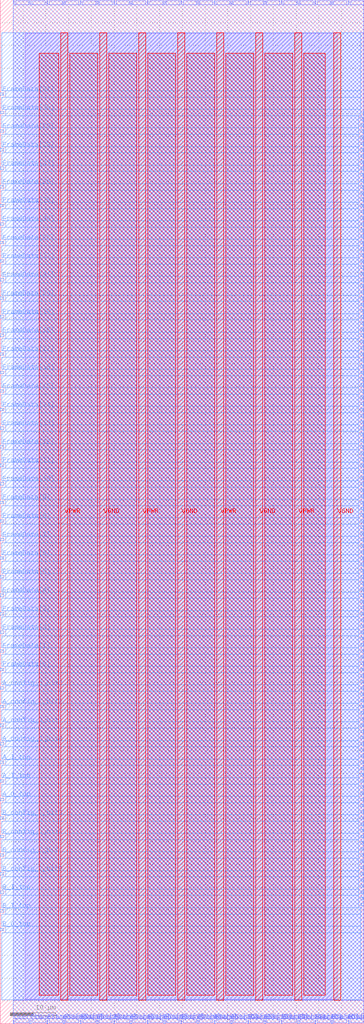
<source format=lef>
VERSION 5.7 ;
  NOWIREEXTENSIONATPIN ON ;
  DIVIDERCHAR "/" ;
  BUSBITCHARS "[]" ;
MACRO W_IO
  CLASS BLOCK ;
  FOREIGN W_IO ;
  ORIGIN 0.000 0.000 ;
  SIZE 80.000 BY 225.000 ;
  PIN A_I_top
    DIRECTION OUTPUT TRISTATE ;
    USE SIGNAL ;
    ANTENNADIFFAREA 0.795200 ;
    PORT
      LAYER met3 ;
        RECT 0.000 57.160 0.800 57.760 ;
    END
  END A_I_top
  PIN A_O_top
    DIRECTION INPUT ;
    USE SIGNAL ;
    ANTENNAGATEAREA 0.196500 ;
    PORT
      LAYER met3 ;
        RECT 0.000 49.000 0.800 49.600 ;
    END
  END A_O_top
  PIN A_T_top
    DIRECTION OUTPUT TRISTATE ;
    USE SIGNAL ;
    ANTENNADIFFAREA 0.795200 ;
    PORT
      LAYER met3 ;
        RECT 0.000 53.080 0.800 53.680 ;
    END
  END A_T_top
  PIN A_config_C_bit0
    DIRECTION OUTPUT TRISTATE ;
    USE SIGNAL ;
    ANTENNADIFFAREA 0.795200 ;
    PORT
      LAYER met3 ;
        RECT 0.000 61.240 0.800 61.840 ;
    END
  END A_config_C_bit0
  PIN A_config_C_bit1
    DIRECTION OUTPUT TRISTATE ;
    USE SIGNAL ;
    ANTENNADIFFAREA 0.795200 ;
    PORT
      LAYER met3 ;
        RECT 0.000 65.320 0.800 65.920 ;
    END
  END A_config_C_bit1
  PIN A_config_C_bit2
    DIRECTION OUTPUT TRISTATE ;
    USE SIGNAL ;
    ANTENNADIFFAREA 0.795200 ;
    PORT
      LAYER met3 ;
        RECT 0.000 69.400 0.800 70.000 ;
    END
  END A_config_C_bit2
  PIN A_config_C_bit3
    DIRECTION OUTPUT TRISTATE ;
    USE SIGNAL ;
    ANTENNADIFFAREA 0.795200 ;
    PORT
      LAYER met3 ;
        RECT 0.000 73.480 0.800 74.080 ;
    END
  END A_config_C_bit3
  PIN B_I_top
    DIRECTION OUTPUT TRISTATE ;
    USE SIGNAL ;
    ANTENNADIFFAREA 0.795200 ;
    PORT
      LAYER met3 ;
        RECT 0.000 28.600 0.800 29.200 ;
    END
  END B_I_top
  PIN B_O_top
    DIRECTION INPUT ;
    USE SIGNAL ;
    ANTENNAGATEAREA 0.196500 ;
    PORT
      LAYER met3 ;
        RECT 0.000 20.440 0.800 21.040 ;
    END
  END B_O_top
  PIN B_T_top
    DIRECTION OUTPUT TRISTATE ;
    USE SIGNAL ;
    ANTENNADIFFAREA 0.795200 ;
    PORT
      LAYER met3 ;
        RECT 0.000 24.520 0.800 25.120 ;
    END
  END B_T_top
  PIN B_config_C_bit0
    DIRECTION OUTPUT TRISTATE ;
    USE SIGNAL ;
    ANTENNADIFFAREA 0.795200 ;
    PORT
      LAYER met3 ;
        RECT 0.000 32.680 0.800 33.280 ;
    END
  END B_config_C_bit0
  PIN B_config_C_bit1
    DIRECTION OUTPUT TRISTATE ;
    USE SIGNAL ;
    ANTENNADIFFAREA 0.795200 ;
    PORT
      LAYER met3 ;
        RECT 0.000 36.760 0.800 37.360 ;
    END
  END B_config_C_bit1
  PIN B_config_C_bit2
    DIRECTION OUTPUT TRISTATE ;
    USE SIGNAL ;
    ANTENNADIFFAREA 0.795200 ;
    PORT
      LAYER met3 ;
        RECT 0.000 40.840 0.800 41.440 ;
    END
  END B_config_C_bit2
  PIN B_config_C_bit3
    DIRECTION OUTPUT TRISTATE ;
    USE SIGNAL ;
    ANTENNADIFFAREA 0.795200 ;
    PORT
      LAYER met3 ;
        RECT 0.000 44.920 0.800 45.520 ;
    END
  END B_config_C_bit3
  PIN E1BEG[0]
    DIRECTION OUTPUT TRISTATE ;
    USE SIGNAL ;
    ANTENNADIFFAREA 0.795200 ;
    PORT
      LAYER met3 ;
        RECT 79.200 91.160 80.000 91.760 ;
    END
  END E1BEG[0]
  PIN E1BEG[1]
    DIRECTION OUTPUT TRISTATE ;
    USE SIGNAL ;
    ANTENNADIFFAREA 0.795200 ;
    PORT
      LAYER met3 ;
        RECT 79.200 92.520 80.000 93.120 ;
    END
  END E1BEG[1]
  PIN E1BEG[2]
    DIRECTION OUTPUT TRISTATE ;
    USE SIGNAL ;
    ANTENNADIFFAREA 0.795200 ;
    PORT
      LAYER met3 ;
        RECT 79.200 93.880 80.000 94.480 ;
    END
  END E1BEG[2]
  PIN E1BEG[3]
    DIRECTION OUTPUT TRISTATE ;
    USE SIGNAL ;
    ANTENNADIFFAREA 0.795200 ;
    PORT
      LAYER met3 ;
        RECT 79.200 95.240 80.000 95.840 ;
    END
  END E1BEG[3]
  PIN E2BEG[0]
    DIRECTION OUTPUT TRISTATE ;
    USE SIGNAL ;
    ANTENNADIFFAREA 0.795200 ;
    PORT
      LAYER met3 ;
        RECT 79.200 96.600 80.000 97.200 ;
    END
  END E2BEG[0]
  PIN E2BEG[1]
    DIRECTION OUTPUT TRISTATE ;
    USE SIGNAL ;
    ANTENNADIFFAREA 0.795200 ;
    PORT
      LAYER met3 ;
        RECT 79.200 97.960 80.000 98.560 ;
    END
  END E2BEG[1]
  PIN E2BEG[2]
    DIRECTION OUTPUT TRISTATE ;
    USE SIGNAL ;
    ANTENNADIFFAREA 0.795200 ;
    PORT
      LAYER met3 ;
        RECT 79.200 99.320 80.000 99.920 ;
    END
  END E2BEG[2]
  PIN E2BEG[3]
    DIRECTION OUTPUT TRISTATE ;
    USE SIGNAL ;
    ANTENNADIFFAREA 0.445500 ;
    PORT
      LAYER met3 ;
        RECT 79.200 100.680 80.000 101.280 ;
    END
  END E2BEG[3]
  PIN E2BEG[4]
    DIRECTION OUTPUT TRISTATE ;
    USE SIGNAL ;
    ANTENNADIFFAREA 0.795200 ;
    PORT
      LAYER met3 ;
        RECT 79.200 102.040 80.000 102.640 ;
    END
  END E2BEG[4]
  PIN E2BEG[5]
    DIRECTION OUTPUT TRISTATE ;
    USE SIGNAL ;
    ANTENNADIFFAREA 0.795200 ;
    PORT
      LAYER met3 ;
        RECT 79.200 103.400 80.000 104.000 ;
    END
  END E2BEG[5]
  PIN E2BEG[6]
    DIRECTION OUTPUT TRISTATE ;
    USE SIGNAL ;
    ANTENNADIFFAREA 0.795200 ;
    PORT
      LAYER met3 ;
        RECT 79.200 104.760 80.000 105.360 ;
    END
  END E2BEG[6]
  PIN E2BEG[7]
    DIRECTION OUTPUT TRISTATE ;
    USE SIGNAL ;
    ANTENNADIFFAREA 0.795200 ;
    PORT
      LAYER met3 ;
        RECT 79.200 106.120 80.000 106.720 ;
    END
  END E2BEG[7]
  PIN E2BEGb[0]
    DIRECTION OUTPUT TRISTATE ;
    USE SIGNAL ;
    ANTENNADIFFAREA 0.795200 ;
    PORT
      LAYER met3 ;
        RECT 79.200 107.480 80.000 108.080 ;
    END
  END E2BEGb[0]
  PIN E2BEGb[1]
    DIRECTION OUTPUT TRISTATE ;
    USE SIGNAL ;
    ANTENNADIFFAREA 0.795200 ;
    PORT
      LAYER met3 ;
        RECT 79.200 108.840 80.000 109.440 ;
    END
  END E2BEGb[1]
  PIN E2BEGb[2]
    DIRECTION OUTPUT TRISTATE ;
    USE SIGNAL ;
    ANTENNADIFFAREA 0.795200 ;
    PORT
      LAYER met3 ;
        RECT 79.200 110.200 80.000 110.800 ;
    END
  END E2BEGb[2]
  PIN E2BEGb[3]
    DIRECTION OUTPUT TRISTATE ;
    USE SIGNAL ;
    ANTENNADIFFAREA 0.795200 ;
    PORT
      LAYER met3 ;
        RECT 79.200 111.560 80.000 112.160 ;
    END
  END E2BEGb[3]
  PIN E2BEGb[4]
    DIRECTION OUTPUT TRISTATE ;
    USE SIGNAL ;
    ANTENNADIFFAREA 0.445500 ;
    PORT
      LAYER met3 ;
        RECT 79.200 112.920 80.000 113.520 ;
    END
  END E2BEGb[4]
  PIN E2BEGb[5]
    DIRECTION OUTPUT TRISTATE ;
    USE SIGNAL ;
    ANTENNADIFFAREA 0.445500 ;
    PORT
      LAYER met3 ;
        RECT 79.200 114.280 80.000 114.880 ;
    END
  END E2BEGb[5]
  PIN E2BEGb[6]
    DIRECTION OUTPUT TRISTATE ;
    USE SIGNAL ;
    ANTENNADIFFAREA 0.795200 ;
    PORT
      LAYER met3 ;
        RECT 79.200 115.640 80.000 116.240 ;
    END
  END E2BEGb[6]
  PIN E2BEGb[7]
    DIRECTION OUTPUT TRISTATE ;
    USE SIGNAL ;
    ANTENNADIFFAREA 0.795200 ;
    PORT
      LAYER met3 ;
        RECT 79.200 117.000 80.000 117.600 ;
    END
  END E2BEGb[7]
  PIN E6BEG[0]
    DIRECTION OUTPUT TRISTATE ;
    USE SIGNAL ;
    ANTENNADIFFAREA 0.795200 ;
    PORT
      LAYER met3 ;
        RECT 79.200 140.120 80.000 140.720 ;
    END
  END E6BEG[0]
  PIN E6BEG[10]
    DIRECTION OUTPUT TRISTATE ;
    USE SIGNAL ;
    ANTENNADIFFAREA 0.795200 ;
    PORT
      LAYER met3 ;
        RECT 79.200 153.720 80.000 154.320 ;
    END
  END E6BEG[10]
  PIN E6BEG[11]
    DIRECTION OUTPUT TRISTATE ;
    USE SIGNAL ;
    ANTENNADIFFAREA 0.795200 ;
    PORT
      LAYER met3 ;
        RECT 79.200 155.080 80.000 155.680 ;
    END
  END E6BEG[11]
  PIN E6BEG[1]
    DIRECTION OUTPUT TRISTATE ;
    USE SIGNAL ;
    ANTENNADIFFAREA 0.795200 ;
    PORT
      LAYER met3 ;
        RECT 79.200 141.480 80.000 142.080 ;
    END
  END E6BEG[1]
  PIN E6BEG[2]
    DIRECTION OUTPUT TRISTATE ;
    USE SIGNAL ;
    ANTENNADIFFAREA 0.795200 ;
    PORT
      LAYER met3 ;
        RECT 79.200 142.840 80.000 143.440 ;
    END
  END E6BEG[2]
  PIN E6BEG[3]
    DIRECTION OUTPUT TRISTATE ;
    USE SIGNAL ;
    ANTENNADIFFAREA 0.795200 ;
    PORT
      LAYER met3 ;
        RECT 79.200 144.200 80.000 144.800 ;
    END
  END E6BEG[3]
  PIN E6BEG[4]
    DIRECTION OUTPUT TRISTATE ;
    USE SIGNAL ;
    ANTENNADIFFAREA 0.795200 ;
    PORT
      LAYER met3 ;
        RECT 79.200 145.560 80.000 146.160 ;
    END
  END E6BEG[4]
  PIN E6BEG[5]
    DIRECTION OUTPUT TRISTATE ;
    USE SIGNAL ;
    ANTENNADIFFAREA 0.795200 ;
    PORT
      LAYER met3 ;
        RECT 79.200 146.920 80.000 147.520 ;
    END
  END E6BEG[5]
  PIN E6BEG[6]
    DIRECTION OUTPUT TRISTATE ;
    USE SIGNAL ;
    ANTENNADIFFAREA 0.795200 ;
    PORT
      LAYER met3 ;
        RECT 79.200 148.280 80.000 148.880 ;
    END
  END E6BEG[6]
  PIN E6BEG[7]
    DIRECTION OUTPUT TRISTATE ;
    USE SIGNAL ;
    ANTENNADIFFAREA 0.795200 ;
    PORT
      LAYER met3 ;
        RECT 79.200 149.640 80.000 150.240 ;
    END
  END E6BEG[7]
  PIN E6BEG[8]
    DIRECTION OUTPUT TRISTATE ;
    USE SIGNAL ;
    ANTENNADIFFAREA 0.795200 ;
    PORT
      LAYER met3 ;
        RECT 79.200 151.000 80.000 151.600 ;
    END
  END E6BEG[8]
  PIN E6BEG[9]
    DIRECTION OUTPUT TRISTATE ;
    USE SIGNAL ;
    ANTENNADIFFAREA 0.795200 ;
    PORT
      LAYER met3 ;
        RECT 79.200 152.360 80.000 152.960 ;
    END
  END E6BEG[9]
  PIN EE4BEG[0]
    DIRECTION OUTPUT TRISTATE ;
    USE SIGNAL ;
    ANTENNADIFFAREA 0.795200 ;
    PORT
      LAYER met3 ;
        RECT 79.200 118.360 80.000 118.960 ;
    END
  END EE4BEG[0]
  PIN EE4BEG[10]
    DIRECTION OUTPUT TRISTATE ;
    USE SIGNAL ;
    ANTENNADIFFAREA 0.795200 ;
    PORT
      LAYER met3 ;
        RECT 79.200 131.960 80.000 132.560 ;
    END
  END EE4BEG[10]
  PIN EE4BEG[11]
    DIRECTION OUTPUT TRISTATE ;
    USE SIGNAL ;
    ANTENNADIFFAREA 0.795200 ;
    PORT
      LAYER met3 ;
        RECT 79.200 133.320 80.000 133.920 ;
    END
  END EE4BEG[11]
  PIN EE4BEG[12]
    DIRECTION OUTPUT TRISTATE ;
    USE SIGNAL ;
    ANTENNADIFFAREA 0.795200 ;
    PORT
      LAYER met3 ;
        RECT 79.200 134.680 80.000 135.280 ;
    END
  END EE4BEG[12]
  PIN EE4BEG[13]
    DIRECTION OUTPUT TRISTATE ;
    USE SIGNAL ;
    ANTENNADIFFAREA 0.795200 ;
    PORT
      LAYER met3 ;
        RECT 79.200 136.040 80.000 136.640 ;
    END
  END EE4BEG[13]
  PIN EE4BEG[14]
    DIRECTION OUTPUT TRISTATE ;
    USE SIGNAL ;
    ANTENNADIFFAREA 0.795200 ;
    PORT
      LAYER met3 ;
        RECT 79.200 137.400 80.000 138.000 ;
    END
  END EE4BEG[14]
  PIN EE4BEG[15]
    DIRECTION OUTPUT TRISTATE ;
    USE SIGNAL ;
    ANTENNADIFFAREA 0.795200 ;
    PORT
      LAYER met3 ;
        RECT 79.200 138.760 80.000 139.360 ;
    END
  END EE4BEG[15]
  PIN EE4BEG[1]
    DIRECTION OUTPUT TRISTATE ;
    USE SIGNAL ;
    ANTENNADIFFAREA 0.795200 ;
    PORT
      LAYER met3 ;
        RECT 79.200 119.720 80.000 120.320 ;
    END
  END EE4BEG[1]
  PIN EE4BEG[2]
    DIRECTION OUTPUT TRISTATE ;
    USE SIGNAL ;
    ANTENNADIFFAREA 0.795200 ;
    PORT
      LAYER met3 ;
        RECT 79.200 121.080 80.000 121.680 ;
    END
  END EE4BEG[2]
  PIN EE4BEG[3]
    DIRECTION OUTPUT TRISTATE ;
    USE SIGNAL ;
    ANTENNADIFFAREA 0.795200 ;
    PORT
      LAYER met3 ;
        RECT 79.200 122.440 80.000 123.040 ;
    END
  END EE4BEG[3]
  PIN EE4BEG[4]
    DIRECTION OUTPUT TRISTATE ;
    USE SIGNAL ;
    ANTENNADIFFAREA 0.795200 ;
    PORT
      LAYER met3 ;
        RECT 79.200 123.800 80.000 124.400 ;
    END
  END EE4BEG[4]
  PIN EE4BEG[5]
    DIRECTION OUTPUT TRISTATE ;
    USE SIGNAL ;
    ANTENNADIFFAREA 0.795200 ;
    PORT
      LAYER met3 ;
        RECT 79.200 125.160 80.000 125.760 ;
    END
  END EE4BEG[5]
  PIN EE4BEG[6]
    DIRECTION OUTPUT TRISTATE ;
    USE SIGNAL ;
    ANTENNADIFFAREA 0.795200 ;
    PORT
      LAYER met3 ;
        RECT 79.200 126.520 80.000 127.120 ;
    END
  END EE4BEG[6]
  PIN EE4BEG[7]
    DIRECTION OUTPUT TRISTATE ;
    USE SIGNAL ;
    ANTENNADIFFAREA 0.795200 ;
    PORT
      LAYER met3 ;
        RECT 79.200 127.880 80.000 128.480 ;
    END
  END EE4BEG[7]
  PIN EE4BEG[8]
    DIRECTION OUTPUT TRISTATE ;
    USE SIGNAL ;
    ANTENNADIFFAREA 0.795200 ;
    PORT
      LAYER met3 ;
        RECT 79.200 129.240 80.000 129.840 ;
    END
  END EE4BEG[8]
  PIN EE4BEG[9]
    DIRECTION OUTPUT TRISTATE ;
    USE SIGNAL ;
    ANTENNADIFFAREA 0.795200 ;
    PORT
      LAYER met3 ;
        RECT 79.200 130.600 80.000 131.200 ;
    END
  END EE4BEG[9]
  PIN FrameData[0]
    DIRECTION INPUT ;
    USE SIGNAL ;
    ANTENNAGATEAREA 0.213000 ;
    PORT
      LAYER met3 ;
        RECT 0.000 77.560 0.800 78.160 ;
    END
  END FrameData[0]
  PIN FrameData[10]
    DIRECTION INPUT ;
    USE SIGNAL ;
    ANTENNAGATEAREA 0.213000 ;
    PORT
      LAYER met3 ;
        RECT 0.000 118.360 0.800 118.960 ;
    END
  END FrameData[10]
  PIN FrameData[11]
    DIRECTION INPUT ;
    USE SIGNAL ;
    ANTENNAGATEAREA 0.213000 ;
    PORT
      LAYER met3 ;
        RECT 0.000 122.440 0.800 123.040 ;
    END
  END FrameData[11]
  PIN FrameData[12]
    DIRECTION INPUT ;
    USE SIGNAL ;
    ANTENNAGATEAREA 0.126000 ;
    PORT
      LAYER met3 ;
        RECT 0.000 126.520 0.800 127.120 ;
    END
  END FrameData[12]
  PIN FrameData[13]
    DIRECTION INPUT ;
    USE SIGNAL ;
    ANTENNAGATEAREA 0.213000 ;
    PORT
      LAYER met3 ;
        RECT 0.000 130.600 0.800 131.200 ;
    END
  END FrameData[13]
  PIN FrameData[14]
    DIRECTION INPUT ;
    USE SIGNAL ;
    ANTENNAGATEAREA 0.213000 ;
    PORT
      LAYER met3 ;
        RECT 0.000 134.680 0.800 135.280 ;
    END
  END FrameData[14]
  PIN FrameData[15]
    DIRECTION INPUT ;
    USE SIGNAL ;
    ANTENNAGATEAREA 0.159000 ;
    PORT
      LAYER met3 ;
        RECT 0.000 138.760 0.800 139.360 ;
    END
  END FrameData[15]
  PIN FrameData[16]
    DIRECTION INPUT ;
    USE SIGNAL ;
    ANTENNAGATEAREA 0.159000 ;
    PORT
      LAYER met3 ;
        RECT 0.000 142.840 0.800 143.440 ;
    END
  END FrameData[16]
  PIN FrameData[17]
    DIRECTION INPUT ;
    USE SIGNAL ;
    ANTENNAGATEAREA 0.159000 ;
    PORT
      LAYER met3 ;
        RECT 0.000 146.920 0.800 147.520 ;
    END
  END FrameData[17]
  PIN FrameData[18]
    DIRECTION INPUT ;
    USE SIGNAL ;
    ANTENNAGATEAREA 0.159000 ;
    PORT
      LAYER met3 ;
        RECT 0.000 151.000 0.800 151.600 ;
    END
  END FrameData[18]
  PIN FrameData[19]
    DIRECTION INPUT ;
    USE SIGNAL ;
    ANTENNAGATEAREA 0.159000 ;
    PORT
      LAYER met3 ;
        RECT 0.000 155.080 0.800 155.680 ;
    END
  END FrameData[19]
  PIN FrameData[1]
    DIRECTION INPUT ;
    USE SIGNAL ;
    ANTENNAGATEAREA 0.213000 ;
    PORT
      LAYER met3 ;
        RECT 0.000 81.640 0.800 82.240 ;
    END
  END FrameData[1]
  PIN FrameData[20]
    DIRECTION INPUT ;
    USE SIGNAL ;
    ANTENNAGATEAREA 0.159000 ;
    PORT
      LAYER met3 ;
        RECT 0.000 159.160 0.800 159.760 ;
    END
  END FrameData[20]
  PIN FrameData[21]
    DIRECTION INPUT ;
    USE SIGNAL ;
    ANTENNAGATEAREA 0.159000 ;
    PORT
      LAYER met3 ;
        RECT 0.000 163.240 0.800 163.840 ;
    END
  END FrameData[21]
  PIN FrameData[22]
    DIRECTION INPUT ;
    USE SIGNAL ;
    ANTENNAGATEAREA 0.159000 ;
    PORT
      LAYER met3 ;
        RECT 0.000 167.320 0.800 167.920 ;
    END
  END FrameData[22]
  PIN FrameData[23]
    DIRECTION INPUT ;
    USE SIGNAL ;
    ANTENNAGATEAREA 0.159000 ;
    PORT
      LAYER met3 ;
        RECT 0.000 171.400 0.800 172.000 ;
    END
  END FrameData[23]
  PIN FrameData[24]
    DIRECTION INPUT ;
    USE SIGNAL ;
    ANTENNAGATEAREA 0.159000 ;
    PORT
      LAYER met3 ;
        RECT 0.000 175.480 0.800 176.080 ;
    END
  END FrameData[24]
  PIN FrameData[25]
    DIRECTION INPUT ;
    USE SIGNAL ;
    ANTENNAGATEAREA 0.213000 ;
    PORT
      LAYER met3 ;
        RECT 0.000 179.560 0.800 180.160 ;
    END
  END FrameData[25]
  PIN FrameData[26]
    DIRECTION INPUT ;
    USE SIGNAL ;
    ANTENNAGATEAREA 0.213000 ;
    PORT
      LAYER met3 ;
        RECT 0.000 183.640 0.800 184.240 ;
    END
  END FrameData[26]
  PIN FrameData[27]
    DIRECTION INPUT ;
    USE SIGNAL ;
    ANTENNAGATEAREA 0.159000 ;
    PORT
      LAYER met3 ;
        RECT 0.000 187.720 0.800 188.320 ;
    END
  END FrameData[27]
  PIN FrameData[28]
    DIRECTION INPUT ;
    USE SIGNAL ;
    ANTENNAGATEAREA 0.159000 ;
    PORT
      LAYER met3 ;
        RECT 0.000 191.800 0.800 192.400 ;
    END
  END FrameData[28]
  PIN FrameData[29]
    DIRECTION INPUT ;
    USE SIGNAL ;
    ANTENNAGATEAREA 0.159000 ;
    PORT
      LAYER met3 ;
        RECT 0.000 195.880 0.800 196.480 ;
    END
  END FrameData[29]
  PIN FrameData[2]
    DIRECTION INPUT ;
    USE SIGNAL ;
    ANTENNAGATEAREA 0.213000 ;
    PORT
      LAYER met3 ;
        RECT 0.000 85.720 0.800 86.320 ;
    END
  END FrameData[2]
  PIN FrameData[30]
    DIRECTION INPUT ;
    USE SIGNAL ;
    ANTENNAGATEAREA 0.159000 ;
    PORT
      LAYER met3 ;
        RECT 0.000 199.960 0.800 200.560 ;
    END
  END FrameData[30]
  PIN FrameData[31]
    DIRECTION INPUT ;
    USE SIGNAL ;
    ANTENNAGATEAREA 0.159000 ;
    PORT
      LAYER met3 ;
        RECT 0.000 204.040 0.800 204.640 ;
    END
  END FrameData[31]
  PIN FrameData[3]
    DIRECTION INPUT ;
    USE SIGNAL ;
    ANTENNAGATEAREA 0.213000 ;
    PORT
      LAYER met3 ;
        RECT 0.000 89.800 0.800 90.400 ;
    END
  END FrameData[3]
  PIN FrameData[4]
    DIRECTION INPUT ;
    USE SIGNAL ;
    ANTENNAGATEAREA 0.213000 ;
    PORT
      LAYER met3 ;
        RECT 0.000 93.880 0.800 94.480 ;
    END
  END FrameData[4]
  PIN FrameData[5]
    DIRECTION INPUT ;
    USE SIGNAL ;
    ANTENNAGATEAREA 0.213000 ;
    PORT
      LAYER met3 ;
        RECT 0.000 97.960 0.800 98.560 ;
    END
  END FrameData[5]
  PIN FrameData[6]
    DIRECTION INPUT ;
    USE SIGNAL ;
    ANTENNAGATEAREA 0.126000 ;
    PORT
      LAYER met3 ;
        RECT 0.000 102.040 0.800 102.640 ;
    END
  END FrameData[6]
  PIN FrameData[7]
    DIRECTION INPUT ;
    USE SIGNAL ;
    ANTENNAGATEAREA 0.213000 ;
    PORT
      LAYER met3 ;
        RECT 0.000 106.120 0.800 106.720 ;
    END
  END FrameData[7]
  PIN FrameData[8]
    DIRECTION INPUT ;
    USE SIGNAL ;
    ANTENNAGATEAREA 0.213000 ;
    PORT
      LAYER met3 ;
        RECT 0.000 110.200 0.800 110.800 ;
    END
  END FrameData[8]
  PIN FrameData[9]
    DIRECTION INPUT ;
    USE SIGNAL ;
    ANTENNAGATEAREA 0.213000 ;
    PORT
      LAYER met3 ;
        RECT 0.000 114.280 0.800 114.880 ;
    END
  END FrameData[9]
  PIN FrameData_O[0]
    DIRECTION OUTPUT TRISTATE ;
    USE SIGNAL ;
    ANTENNADIFFAREA 0.795200 ;
    PORT
      LAYER met3 ;
        RECT 79.200 156.440 80.000 157.040 ;
    END
  END FrameData_O[0]
  PIN FrameData_O[10]
    DIRECTION OUTPUT TRISTATE ;
    USE SIGNAL ;
    ANTENNADIFFAREA 0.795200 ;
    PORT
      LAYER met3 ;
        RECT 79.200 170.040 80.000 170.640 ;
    END
  END FrameData_O[10]
  PIN FrameData_O[11]
    DIRECTION OUTPUT TRISTATE ;
    USE SIGNAL ;
    ANTENNADIFFAREA 0.795200 ;
    PORT
      LAYER met3 ;
        RECT 79.200 171.400 80.000 172.000 ;
    END
  END FrameData_O[11]
  PIN FrameData_O[12]
    DIRECTION OUTPUT TRISTATE ;
    USE SIGNAL ;
    ANTENNADIFFAREA 0.795200 ;
    PORT
      LAYER met3 ;
        RECT 79.200 172.760 80.000 173.360 ;
    END
  END FrameData_O[12]
  PIN FrameData_O[13]
    DIRECTION OUTPUT TRISTATE ;
    USE SIGNAL ;
    ANTENNADIFFAREA 0.795200 ;
    PORT
      LAYER met3 ;
        RECT 79.200 174.120 80.000 174.720 ;
    END
  END FrameData_O[13]
  PIN FrameData_O[14]
    DIRECTION OUTPUT TRISTATE ;
    USE SIGNAL ;
    ANTENNADIFFAREA 0.795200 ;
    PORT
      LAYER met3 ;
        RECT 79.200 175.480 80.000 176.080 ;
    END
  END FrameData_O[14]
  PIN FrameData_O[15]
    DIRECTION OUTPUT TRISTATE ;
    USE SIGNAL ;
    ANTENNADIFFAREA 0.795200 ;
    PORT
      LAYER met3 ;
        RECT 79.200 176.840 80.000 177.440 ;
    END
  END FrameData_O[15]
  PIN FrameData_O[16]
    DIRECTION OUTPUT TRISTATE ;
    USE SIGNAL ;
    ANTENNADIFFAREA 0.795200 ;
    PORT
      LAYER met3 ;
        RECT 79.200 178.200 80.000 178.800 ;
    END
  END FrameData_O[16]
  PIN FrameData_O[17]
    DIRECTION OUTPUT TRISTATE ;
    USE SIGNAL ;
    ANTENNADIFFAREA 0.445500 ;
    PORT
      LAYER met3 ;
        RECT 79.200 179.560 80.000 180.160 ;
    END
  END FrameData_O[17]
  PIN FrameData_O[18]
    DIRECTION OUTPUT TRISTATE ;
    USE SIGNAL ;
    ANTENNADIFFAREA 0.795200 ;
    PORT
      LAYER met3 ;
        RECT 79.200 180.920 80.000 181.520 ;
    END
  END FrameData_O[18]
  PIN FrameData_O[19]
    DIRECTION OUTPUT TRISTATE ;
    USE SIGNAL ;
    ANTENNADIFFAREA 0.445500 ;
    PORT
      LAYER met3 ;
        RECT 79.200 182.280 80.000 182.880 ;
    END
  END FrameData_O[19]
  PIN FrameData_O[1]
    DIRECTION OUTPUT TRISTATE ;
    USE SIGNAL ;
    ANTENNADIFFAREA 0.795200 ;
    PORT
      LAYER met3 ;
        RECT 79.200 157.800 80.000 158.400 ;
    END
  END FrameData_O[1]
  PIN FrameData_O[20]
    DIRECTION OUTPUT TRISTATE ;
    USE SIGNAL ;
    ANTENNADIFFAREA 0.795200 ;
    PORT
      LAYER met3 ;
        RECT 79.200 183.640 80.000 184.240 ;
    END
  END FrameData_O[20]
  PIN FrameData_O[21]
    DIRECTION OUTPUT TRISTATE ;
    USE SIGNAL ;
    ANTENNADIFFAREA 0.795200 ;
    PORT
      LAYER met3 ;
        RECT 79.200 185.000 80.000 185.600 ;
    END
  END FrameData_O[21]
  PIN FrameData_O[22]
    DIRECTION OUTPUT TRISTATE ;
    USE SIGNAL ;
    ANTENNADIFFAREA 0.795200 ;
    PORT
      LAYER met3 ;
        RECT 79.200 186.360 80.000 186.960 ;
    END
  END FrameData_O[22]
  PIN FrameData_O[23]
    DIRECTION OUTPUT TRISTATE ;
    USE SIGNAL ;
    ANTENNADIFFAREA 0.445500 ;
    PORT
      LAYER met3 ;
        RECT 79.200 187.720 80.000 188.320 ;
    END
  END FrameData_O[23]
  PIN FrameData_O[24]
    DIRECTION OUTPUT TRISTATE ;
    USE SIGNAL ;
    ANTENNADIFFAREA 0.445500 ;
    PORT
      LAYER met3 ;
        RECT 79.200 189.080 80.000 189.680 ;
    END
  END FrameData_O[24]
  PIN FrameData_O[25]
    DIRECTION OUTPUT TRISTATE ;
    USE SIGNAL ;
    ANTENNADIFFAREA 0.795200 ;
    PORT
      LAYER met3 ;
        RECT 79.200 190.440 80.000 191.040 ;
    END
  END FrameData_O[25]
  PIN FrameData_O[26]
    DIRECTION OUTPUT TRISTATE ;
    USE SIGNAL ;
    ANTENNADIFFAREA 0.795200 ;
    PORT
      LAYER met3 ;
        RECT 79.200 191.800 80.000 192.400 ;
    END
  END FrameData_O[26]
  PIN FrameData_O[27]
    DIRECTION OUTPUT TRISTATE ;
    USE SIGNAL ;
    ANTENNADIFFAREA 0.445500 ;
    PORT
      LAYER met3 ;
        RECT 79.200 193.160 80.000 193.760 ;
    END
  END FrameData_O[27]
  PIN FrameData_O[28]
    DIRECTION OUTPUT TRISTATE ;
    USE SIGNAL ;
    ANTENNADIFFAREA 0.795200 ;
    PORT
      LAYER met3 ;
        RECT 79.200 194.520 80.000 195.120 ;
    END
  END FrameData_O[28]
  PIN FrameData_O[29]
    DIRECTION OUTPUT TRISTATE ;
    USE SIGNAL ;
    ANTENNADIFFAREA 0.795200 ;
    PORT
      LAYER met3 ;
        RECT 79.200 195.880 80.000 196.480 ;
    END
  END FrameData_O[29]
  PIN FrameData_O[2]
    DIRECTION OUTPUT TRISTATE ;
    USE SIGNAL ;
    ANTENNADIFFAREA 0.795200 ;
    PORT
      LAYER met3 ;
        RECT 79.200 159.160 80.000 159.760 ;
    END
  END FrameData_O[2]
  PIN FrameData_O[30]
    DIRECTION OUTPUT TRISTATE ;
    USE SIGNAL ;
    ANTENNADIFFAREA 0.795200 ;
    PORT
      LAYER met3 ;
        RECT 79.200 197.240 80.000 197.840 ;
    END
  END FrameData_O[30]
  PIN FrameData_O[31]
    DIRECTION OUTPUT TRISTATE ;
    USE SIGNAL ;
    ANTENNADIFFAREA 0.795200 ;
    PORT
      LAYER met3 ;
        RECT 79.200 198.600 80.000 199.200 ;
    END
  END FrameData_O[31]
  PIN FrameData_O[3]
    DIRECTION OUTPUT TRISTATE ;
    USE SIGNAL ;
    ANTENNADIFFAREA 0.795200 ;
    PORT
      LAYER met3 ;
        RECT 79.200 160.520 80.000 161.120 ;
    END
  END FrameData_O[3]
  PIN FrameData_O[4]
    DIRECTION OUTPUT TRISTATE ;
    USE SIGNAL ;
    ANTENNADIFFAREA 0.795200 ;
    PORT
      LAYER met3 ;
        RECT 79.200 161.880 80.000 162.480 ;
    END
  END FrameData_O[4]
  PIN FrameData_O[5]
    DIRECTION OUTPUT TRISTATE ;
    USE SIGNAL ;
    ANTENNADIFFAREA 0.795200 ;
    PORT
      LAYER met3 ;
        RECT 79.200 163.240 80.000 163.840 ;
    END
  END FrameData_O[5]
  PIN FrameData_O[6]
    DIRECTION OUTPUT TRISTATE ;
    USE SIGNAL ;
    ANTENNADIFFAREA 0.795200 ;
    PORT
      LAYER met3 ;
        RECT 79.200 164.600 80.000 165.200 ;
    END
  END FrameData_O[6]
  PIN FrameData_O[7]
    DIRECTION OUTPUT TRISTATE ;
    USE SIGNAL ;
    ANTENNADIFFAREA 0.795200 ;
    PORT
      LAYER met3 ;
        RECT 79.200 165.960 80.000 166.560 ;
    END
  END FrameData_O[7]
  PIN FrameData_O[8]
    DIRECTION OUTPUT TRISTATE ;
    USE SIGNAL ;
    ANTENNADIFFAREA 0.795200 ;
    PORT
      LAYER met3 ;
        RECT 79.200 167.320 80.000 167.920 ;
    END
  END FrameData_O[8]
  PIN FrameData_O[9]
    DIRECTION OUTPUT TRISTATE ;
    USE SIGNAL ;
    ANTENNADIFFAREA 0.795200 ;
    PORT
      LAYER met3 ;
        RECT 79.200 168.680 80.000 169.280 ;
    END
  END FrameData_O[9]
  PIN FrameStrobe[0]
    DIRECTION INPUT ;
    USE SIGNAL ;
    ANTENNAGATEAREA 0.742500 ;
    PORT
      LAYER met2 ;
        RECT 6.530 0.000 6.810 0.800 ;
    END
  END FrameStrobe[0]
  PIN FrameStrobe[10]
    DIRECTION INPUT ;
    USE SIGNAL ;
    ANTENNAGATEAREA 0.196500 ;
    PORT
      LAYER met2 ;
        RECT 43.330 0.000 43.610 0.800 ;
    END
  END FrameStrobe[10]
  PIN FrameStrobe[11]
    DIRECTION INPUT ;
    USE SIGNAL ;
    ANTENNAGATEAREA 0.196500 ;
    PORT
      LAYER met2 ;
        RECT 47.010 0.000 47.290 0.800 ;
    END
  END FrameStrobe[11]
  PIN FrameStrobe[12]
    DIRECTION INPUT ;
    USE SIGNAL ;
    ANTENNAGATEAREA 0.196500 ;
    PORT
      LAYER met2 ;
        RECT 50.690 0.000 50.970 0.800 ;
    END
  END FrameStrobe[12]
  PIN FrameStrobe[13]
    DIRECTION INPUT ;
    USE SIGNAL ;
    ANTENNAGATEAREA 0.196500 ;
    PORT
      LAYER met2 ;
        RECT 54.370 0.000 54.650 0.800 ;
    END
  END FrameStrobe[13]
  PIN FrameStrobe[14]
    DIRECTION INPUT ;
    USE SIGNAL ;
    ANTENNAGATEAREA 0.196500 ;
    PORT
      LAYER met2 ;
        RECT 58.050 0.000 58.330 0.800 ;
    END
  END FrameStrobe[14]
  PIN FrameStrobe[15]
    DIRECTION INPUT ;
    USE SIGNAL ;
    ANTENNAGATEAREA 0.196500 ;
    PORT
      LAYER met2 ;
        RECT 61.730 0.000 62.010 0.800 ;
    END
  END FrameStrobe[15]
  PIN FrameStrobe[16]
    DIRECTION INPUT ;
    USE SIGNAL ;
    ANTENNAGATEAREA 0.196500 ;
    PORT
      LAYER met2 ;
        RECT 65.410 0.000 65.690 0.800 ;
    END
  END FrameStrobe[16]
  PIN FrameStrobe[17]
    DIRECTION INPUT ;
    USE SIGNAL ;
    ANTENNAGATEAREA 0.196500 ;
    PORT
      LAYER met2 ;
        RECT 69.090 0.000 69.370 0.800 ;
    END
  END FrameStrobe[17]
  PIN FrameStrobe[18]
    DIRECTION INPUT ;
    USE SIGNAL ;
    ANTENNAGATEAREA 0.196500 ;
    PORT
      LAYER met2 ;
        RECT 72.770 0.000 73.050 0.800 ;
    END
  END FrameStrobe[18]
  PIN FrameStrobe[19]
    DIRECTION INPUT ;
    USE SIGNAL ;
    ANTENNAGATEAREA 0.196500 ;
    PORT
      LAYER met2 ;
        RECT 76.450 0.000 76.730 0.800 ;
    END
  END FrameStrobe[19]
  PIN FrameStrobe[1]
    DIRECTION INPUT ;
    USE SIGNAL ;
    ANTENNAGATEAREA 0.742500 ;
    PORT
      LAYER met2 ;
        RECT 10.210 0.000 10.490 0.800 ;
    END
  END FrameStrobe[1]
  PIN FrameStrobe[2]
    DIRECTION INPUT ;
    USE SIGNAL ;
    ANTENNAGATEAREA 0.742500 ;
    PORT
      LAYER met2 ;
        RECT 13.890 0.000 14.170 0.800 ;
    END
  END FrameStrobe[2]
  PIN FrameStrobe[3]
    DIRECTION INPUT ;
    USE SIGNAL ;
    ANTENNAGATEAREA 0.247500 ;
    PORT
      LAYER met2 ;
        RECT 17.570 0.000 17.850 0.800 ;
    END
  END FrameStrobe[3]
  PIN FrameStrobe[4]
    DIRECTION INPUT ;
    USE SIGNAL ;
    ANTENNAGATEAREA 0.213000 ;
    PORT
      LAYER met2 ;
        RECT 21.250 0.000 21.530 0.800 ;
    END
  END FrameStrobe[4]
  PIN FrameStrobe[5]
    DIRECTION INPUT ;
    USE SIGNAL ;
    ANTENNAGATEAREA 0.213000 ;
    PORT
      LAYER met2 ;
        RECT 24.930 0.000 25.210 0.800 ;
    END
  END FrameStrobe[5]
  PIN FrameStrobe[6]
    DIRECTION INPUT ;
    USE SIGNAL ;
    ANTENNAGATEAREA 0.196500 ;
    PORT
      LAYER met2 ;
        RECT 28.610 0.000 28.890 0.800 ;
    END
  END FrameStrobe[6]
  PIN FrameStrobe[7]
    DIRECTION INPUT ;
    USE SIGNAL ;
    ANTENNAGATEAREA 0.196500 ;
    PORT
      LAYER met2 ;
        RECT 32.290 0.000 32.570 0.800 ;
    END
  END FrameStrobe[7]
  PIN FrameStrobe[8]
    DIRECTION INPUT ;
    USE SIGNAL ;
    ANTENNAGATEAREA 0.196500 ;
    PORT
      LAYER met2 ;
        RECT 35.970 0.000 36.250 0.800 ;
    END
  END FrameStrobe[8]
  PIN FrameStrobe[9]
    DIRECTION INPUT ;
    USE SIGNAL ;
    ANTENNAGATEAREA 0.196500 ;
    PORT
      LAYER met2 ;
        RECT 39.650 0.000 39.930 0.800 ;
    END
  END FrameStrobe[9]
  PIN FrameStrobe_O[0]
    DIRECTION OUTPUT TRISTATE ;
    USE SIGNAL ;
    ANTENNADIFFAREA 0.795200 ;
    PORT
      LAYER met2 ;
        RECT 6.530 224.200 6.810 225.000 ;
    END
  END FrameStrobe_O[0]
  PIN FrameStrobe_O[10]
    DIRECTION OUTPUT TRISTATE ;
    USE SIGNAL ;
    ANTENNADIFFAREA 0.445500 ;
    PORT
      LAYER met2 ;
        RECT 43.330 224.200 43.610 225.000 ;
    END
  END FrameStrobe_O[10]
  PIN FrameStrobe_O[11]
    DIRECTION OUTPUT TRISTATE ;
    USE SIGNAL ;
    ANTENNADIFFAREA 0.795200 ;
    PORT
      LAYER met2 ;
        RECT 47.010 224.200 47.290 225.000 ;
    END
  END FrameStrobe_O[11]
  PIN FrameStrobe_O[12]
    DIRECTION OUTPUT TRISTATE ;
    USE SIGNAL ;
    ANTENNADIFFAREA 0.445500 ;
    PORT
      LAYER met2 ;
        RECT 50.690 224.200 50.970 225.000 ;
    END
  END FrameStrobe_O[12]
  PIN FrameStrobe_O[13]
    DIRECTION OUTPUT TRISTATE ;
    USE SIGNAL ;
    ANTENNADIFFAREA 0.795200 ;
    PORT
      LAYER met2 ;
        RECT 54.370 224.200 54.650 225.000 ;
    END
  END FrameStrobe_O[13]
  PIN FrameStrobe_O[14]
    DIRECTION OUTPUT TRISTATE ;
    USE SIGNAL ;
    ANTENNADIFFAREA 0.445500 ;
    PORT
      LAYER met2 ;
        RECT 58.050 224.200 58.330 225.000 ;
    END
  END FrameStrobe_O[14]
  PIN FrameStrobe_O[15]
    DIRECTION OUTPUT TRISTATE ;
    USE SIGNAL ;
    ANTENNADIFFAREA 0.795200 ;
    PORT
      LAYER met2 ;
        RECT 61.730 224.200 62.010 225.000 ;
    END
  END FrameStrobe_O[15]
  PIN FrameStrobe_O[16]
    DIRECTION OUTPUT TRISTATE ;
    USE SIGNAL ;
    ANTENNADIFFAREA 0.445500 ;
    PORT
      LAYER met2 ;
        RECT 65.410 224.200 65.690 225.000 ;
    END
  END FrameStrobe_O[16]
  PIN FrameStrobe_O[17]
    DIRECTION OUTPUT TRISTATE ;
    USE SIGNAL ;
    ANTENNADIFFAREA 0.795200 ;
    PORT
      LAYER met2 ;
        RECT 69.090 224.200 69.370 225.000 ;
    END
  END FrameStrobe_O[17]
  PIN FrameStrobe_O[18]
    DIRECTION OUTPUT TRISTATE ;
    USE SIGNAL ;
    ANTENNADIFFAREA 0.795200 ;
    PORT
      LAYER met2 ;
        RECT 72.770 224.200 73.050 225.000 ;
    END
  END FrameStrobe_O[18]
  PIN FrameStrobe_O[19]
    DIRECTION OUTPUT TRISTATE ;
    USE SIGNAL ;
    ANTENNADIFFAREA 0.795200 ;
    PORT
      LAYER met2 ;
        RECT 76.450 224.200 76.730 225.000 ;
    END
  END FrameStrobe_O[19]
  PIN FrameStrobe_O[1]
    DIRECTION OUTPUT TRISTATE ;
    USE SIGNAL ;
    ANTENNADIFFAREA 0.445500 ;
    PORT
      LAYER met2 ;
        RECT 10.210 224.200 10.490 225.000 ;
    END
  END FrameStrobe_O[1]
  PIN FrameStrobe_O[2]
    DIRECTION OUTPUT TRISTATE ;
    USE SIGNAL ;
    ANTENNADIFFAREA 0.795200 ;
    PORT
      LAYER met2 ;
        RECT 13.890 224.200 14.170 225.000 ;
    END
  END FrameStrobe_O[2]
  PIN FrameStrobe_O[3]
    DIRECTION OUTPUT TRISTATE ;
    USE SIGNAL ;
    ANTENNADIFFAREA 0.445500 ;
    PORT
      LAYER met2 ;
        RECT 17.570 224.200 17.850 225.000 ;
    END
  END FrameStrobe_O[3]
  PIN FrameStrobe_O[4]
    DIRECTION OUTPUT TRISTATE ;
    USE SIGNAL ;
    ANTENNADIFFAREA 0.795200 ;
    PORT
      LAYER met2 ;
        RECT 21.250 224.200 21.530 225.000 ;
    END
  END FrameStrobe_O[4]
  PIN FrameStrobe_O[5]
    DIRECTION OUTPUT TRISTATE ;
    USE SIGNAL ;
    ANTENNADIFFAREA 0.445500 ;
    PORT
      LAYER met2 ;
        RECT 24.930 224.200 25.210 225.000 ;
    END
  END FrameStrobe_O[5]
  PIN FrameStrobe_O[6]
    DIRECTION OUTPUT TRISTATE ;
    USE SIGNAL ;
    ANTENNADIFFAREA 0.795200 ;
    PORT
      LAYER met2 ;
        RECT 28.610 224.200 28.890 225.000 ;
    END
  END FrameStrobe_O[6]
  PIN FrameStrobe_O[7]
    DIRECTION OUTPUT TRISTATE ;
    USE SIGNAL ;
    ANTENNADIFFAREA 0.795200 ;
    PORT
      LAYER met2 ;
        RECT 32.290 224.200 32.570 225.000 ;
    END
  END FrameStrobe_O[7]
  PIN FrameStrobe_O[8]
    DIRECTION OUTPUT TRISTATE ;
    USE SIGNAL ;
    ANTENNADIFFAREA 0.445500 ;
    PORT
      LAYER met2 ;
        RECT 35.970 224.200 36.250 225.000 ;
    END
  END FrameStrobe_O[8]
  PIN FrameStrobe_O[9]
    DIRECTION OUTPUT TRISTATE ;
    USE SIGNAL ;
    ANTENNADIFFAREA 0.795200 ;
    PORT
      LAYER met2 ;
        RECT 39.650 224.200 39.930 225.000 ;
    END
  END FrameStrobe_O[9]
  PIN UserCLK
    DIRECTION INPUT ;
    USE SIGNAL ;
    ANTENNAGATEAREA 1.170000 ;
    PORT
      LAYER met2 ;
        RECT 2.850 0.000 3.130 0.800 ;
    END
  END UserCLK
  PIN UserCLKo
    DIRECTION OUTPUT TRISTATE ;
    USE SIGNAL ;
    ANTENNADIFFAREA 0.340600 ;
    PORT
      LAYER met2 ;
        RECT 2.850 224.200 3.130 225.000 ;
    END
  END UserCLKo
  PIN VGND
    DIRECTION INOUT ;
    USE GROUND ;
    PORT
      LAYER met4 ;
        RECT 21.850 5.200 23.450 217.840 ;
    END
    PORT
      LAYER met4 ;
        RECT 38.985 5.200 40.585 217.840 ;
    END
    PORT
      LAYER met4 ;
        RECT 56.120 5.200 57.720 217.840 ;
    END
    PORT
      LAYER met4 ;
        RECT 73.255 5.200 74.855 217.840 ;
    END
  END VGND
  PIN VPWR
    DIRECTION INOUT ;
    USE POWER ;
    PORT
      LAYER met4 ;
        RECT 13.285 5.200 14.885 217.840 ;
    END
    PORT
      LAYER met4 ;
        RECT 30.420 5.200 32.020 217.840 ;
    END
    PORT
      LAYER met4 ;
        RECT 47.555 5.200 49.155 217.840 ;
    END
    PORT
      LAYER met4 ;
        RECT 64.690 5.200 66.290 217.840 ;
    END
  END VPWR
  PIN W1END[0]
    DIRECTION INPUT ;
    USE SIGNAL ;
    ANTENNAGATEAREA 0.213000 ;
    PORT
      LAYER met3 ;
        RECT 79.200 25.880 80.000 26.480 ;
    END
  END W1END[0]
  PIN W1END[1]
    DIRECTION INPUT ;
    USE SIGNAL ;
    ANTENNAGATEAREA 0.213000 ;
    PORT
      LAYER met3 ;
        RECT 79.200 27.240 80.000 27.840 ;
    END
  END W1END[1]
  PIN W1END[2]
    DIRECTION INPUT ;
    USE SIGNAL ;
    ANTENNAGATEAREA 0.213000 ;
    PORT
      LAYER met3 ;
        RECT 79.200 28.600 80.000 29.200 ;
    END
  END W1END[2]
  PIN W1END[3]
    DIRECTION INPUT ;
    USE SIGNAL ;
    ANTENNAGATEAREA 0.126000 ;
    PORT
      LAYER met3 ;
        RECT 79.200 29.960 80.000 30.560 ;
    END
  END W1END[3]
  PIN W2END[0]
    DIRECTION INPUT ;
    USE SIGNAL ;
    ANTENNAGATEAREA 0.126000 ;
    PORT
      LAYER met3 ;
        RECT 79.200 42.200 80.000 42.800 ;
    END
  END W2END[0]
  PIN W2END[1]
    DIRECTION INPUT ;
    USE SIGNAL ;
    ANTENNAGATEAREA 0.196500 ;
    PORT
      LAYER met3 ;
        RECT 79.200 43.560 80.000 44.160 ;
    END
  END W2END[1]
  PIN W2END[2]
    DIRECTION INPUT ;
    USE SIGNAL ;
    ANTENNAGATEAREA 0.196500 ;
    PORT
      LAYER met3 ;
        RECT 79.200 44.920 80.000 45.520 ;
    END
  END W2END[2]
  PIN W2END[3]
    DIRECTION INPUT ;
    USE SIGNAL ;
    ANTENNAGATEAREA 0.126000 ;
    PORT
      LAYER met3 ;
        RECT 79.200 46.280 80.000 46.880 ;
    END
  END W2END[3]
  PIN W2END[4]
    DIRECTION INPUT ;
    USE SIGNAL ;
    ANTENNAGATEAREA 0.213000 ;
    PORT
      LAYER met3 ;
        RECT 79.200 47.640 80.000 48.240 ;
    END
  END W2END[4]
  PIN W2END[5]
    DIRECTION INPUT ;
    USE SIGNAL ;
    ANTENNAGATEAREA 0.126000 ;
    PORT
      LAYER met3 ;
        RECT 79.200 49.000 80.000 49.600 ;
    END
  END W2END[5]
  PIN W2END[6]
    DIRECTION INPUT ;
    USE SIGNAL ;
    ANTENNAGATEAREA 0.213000 ;
    PORT
      LAYER met3 ;
        RECT 79.200 50.360 80.000 50.960 ;
    END
  END W2END[6]
  PIN W2END[7]
    DIRECTION INPUT ;
    USE SIGNAL ;
    ANTENNAGATEAREA 0.196500 ;
    PORT
      LAYER met3 ;
        RECT 79.200 51.720 80.000 52.320 ;
    END
  END W2END[7]
  PIN W2MID[0]
    DIRECTION INPUT ;
    USE SIGNAL ;
    ANTENNAGATEAREA 0.126000 ;
    PORT
      LAYER met3 ;
        RECT 79.200 31.320 80.000 31.920 ;
    END
  END W2MID[0]
  PIN W2MID[1]
    DIRECTION INPUT ;
    USE SIGNAL ;
    ANTENNAGATEAREA 0.213000 ;
    PORT
      LAYER met3 ;
        RECT 79.200 32.680 80.000 33.280 ;
    END
  END W2MID[1]
  PIN W2MID[2]
    DIRECTION INPUT ;
    USE SIGNAL ;
    ANTENNAGATEAREA 0.126000 ;
    PORT
      LAYER met3 ;
        RECT 79.200 34.040 80.000 34.640 ;
    END
  END W2MID[2]
  PIN W2MID[3]
    DIRECTION INPUT ;
    USE SIGNAL ;
    ANTENNAGATEAREA 0.126000 ;
    PORT
      LAYER met3 ;
        RECT 79.200 35.400 80.000 36.000 ;
    END
  END W2MID[3]
  PIN W2MID[4]
    DIRECTION INPUT ;
    USE SIGNAL ;
    ANTENNAGATEAREA 0.213000 ;
    PORT
      LAYER met3 ;
        RECT 79.200 36.760 80.000 37.360 ;
    END
  END W2MID[4]
  PIN W2MID[5]
    DIRECTION INPUT ;
    USE SIGNAL ;
    ANTENNAGATEAREA 0.213000 ;
    PORT
      LAYER met3 ;
        RECT 79.200 38.120 80.000 38.720 ;
    END
  END W2MID[5]
  PIN W2MID[6]
    DIRECTION INPUT ;
    USE SIGNAL ;
    ANTENNAGATEAREA 0.213000 ;
    PORT
      LAYER met3 ;
        RECT 79.200 39.480 80.000 40.080 ;
    END
  END W2MID[6]
  PIN W2MID[7]
    DIRECTION INPUT ;
    USE SIGNAL ;
    ANTENNAGATEAREA 0.213000 ;
    PORT
      LAYER met3 ;
        RECT 79.200 40.840 80.000 41.440 ;
    END
  END W2MID[7]
  PIN W6END[0]
    DIRECTION INPUT ;
    USE SIGNAL ;
    ANTENNAGATEAREA 0.213000 ;
    PORT
      LAYER met3 ;
        RECT 79.200 74.840 80.000 75.440 ;
    END
  END W6END[0]
  PIN W6END[10]
    DIRECTION INPUT ;
    USE SIGNAL ;
    ANTENNAGATEAREA 0.196500 ;
    PORT
      LAYER met3 ;
        RECT 79.200 88.440 80.000 89.040 ;
    END
  END W6END[10]
  PIN W6END[11]
    DIRECTION INPUT ;
    USE SIGNAL ;
    ANTENNAGATEAREA 0.196500 ;
    PORT
      LAYER met3 ;
        RECT 79.200 89.800 80.000 90.400 ;
    END
  END W6END[11]
  PIN W6END[1]
    DIRECTION INPUT ;
    USE SIGNAL ;
    ANTENNAGATEAREA 0.213000 ;
    PORT
      LAYER met3 ;
        RECT 79.200 76.200 80.000 76.800 ;
    END
  END W6END[1]
  PIN W6END[2]
    DIRECTION INPUT ;
    USE SIGNAL ;
    ANTENNAGATEAREA 0.213000 ;
    PORT
      LAYER met3 ;
        RECT 79.200 77.560 80.000 78.160 ;
    END
  END W6END[2]
  PIN W6END[3]
    DIRECTION INPUT ;
    USE SIGNAL ;
    ANTENNAGATEAREA 0.213000 ;
    PORT
      LAYER met3 ;
        RECT 79.200 78.920 80.000 79.520 ;
    END
  END W6END[3]
  PIN W6END[4]
    DIRECTION INPUT ;
    USE SIGNAL ;
    ANTENNAGATEAREA 0.213000 ;
    PORT
      LAYER met3 ;
        RECT 79.200 80.280 80.000 80.880 ;
    END
  END W6END[4]
  PIN W6END[5]
    DIRECTION INPUT ;
    USE SIGNAL ;
    ANTENNAGATEAREA 0.213000 ;
    PORT
      LAYER met3 ;
        RECT 79.200 81.640 80.000 82.240 ;
    END
  END W6END[5]
  PIN W6END[6]
    DIRECTION INPUT ;
    USE SIGNAL ;
    ANTENNAGATEAREA 0.213000 ;
    PORT
      LAYER met3 ;
        RECT 79.200 83.000 80.000 83.600 ;
    END
  END W6END[6]
  PIN W6END[7]
    DIRECTION INPUT ;
    USE SIGNAL ;
    ANTENNAGATEAREA 0.213000 ;
    PORT
      LAYER met3 ;
        RECT 79.200 84.360 80.000 84.960 ;
    END
  END W6END[7]
  PIN W6END[8]
    DIRECTION INPUT ;
    USE SIGNAL ;
    ANTENNAGATEAREA 0.196500 ;
    PORT
      LAYER met3 ;
        RECT 79.200 85.720 80.000 86.320 ;
    END
  END W6END[8]
  PIN W6END[9]
    DIRECTION INPUT ;
    USE SIGNAL ;
    ANTENNAGATEAREA 0.196500 ;
    PORT
      LAYER met3 ;
        RECT 79.200 87.080 80.000 87.680 ;
    END
  END W6END[9]
  PIN WW4END[0]
    DIRECTION INPUT ;
    USE SIGNAL ;
    ANTENNAGATEAREA 0.196500 ;
    PORT
      LAYER met3 ;
        RECT 79.200 53.080 80.000 53.680 ;
    END
  END WW4END[0]
  PIN WW4END[10]
    DIRECTION INPUT ;
    USE SIGNAL ;
    ANTENNAGATEAREA 0.196500 ;
    PORT
      LAYER met3 ;
        RECT 79.200 66.680 80.000 67.280 ;
    END
  END WW4END[10]
  PIN WW4END[11]
    DIRECTION INPUT ;
    USE SIGNAL ;
    ANTENNAGATEAREA 0.196500 ;
    PORT
      LAYER met3 ;
        RECT 79.200 68.040 80.000 68.640 ;
    END
  END WW4END[11]
  PIN WW4END[12]
    DIRECTION INPUT ;
    USE SIGNAL ;
    ANTENNAGATEAREA 0.196500 ;
    PORT
      LAYER met3 ;
        RECT 79.200 69.400 80.000 70.000 ;
    END
  END WW4END[12]
  PIN WW4END[13]
    DIRECTION INPUT ;
    USE SIGNAL ;
    ANTENNAGATEAREA 0.196500 ;
    PORT
      LAYER met3 ;
        RECT 79.200 70.760 80.000 71.360 ;
    END
  END WW4END[13]
  PIN WW4END[14]
    DIRECTION INPUT ;
    USE SIGNAL ;
    ANTENNAGATEAREA 0.196500 ;
    PORT
      LAYER met3 ;
        RECT 79.200 72.120 80.000 72.720 ;
    END
  END WW4END[14]
  PIN WW4END[15]
    DIRECTION INPUT ;
    USE SIGNAL ;
    ANTENNAGATEAREA 0.196500 ;
    PORT
      LAYER met3 ;
        RECT 79.200 73.480 80.000 74.080 ;
    END
  END WW4END[15]
  PIN WW4END[1]
    DIRECTION INPUT ;
    USE SIGNAL ;
    ANTENNAGATEAREA 0.126000 ;
    PORT
      LAYER met3 ;
        RECT 79.200 54.440 80.000 55.040 ;
    END
  END WW4END[1]
  PIN WW4END[2]
    DIRECTION INPUT ;
    USE SIGNAL ;
    ANTENNAGATEAREA 0.126000 ;
    PORT
      LAYER met3 ;
        RECT 79.200 55.800 80.000 56.400 ;
    END
  END WW4END[2]
  PIN WW4END[3]
    DIRECTION INPUT ;
    USE SIGNAL ;
    ANTENNAGATEAREA 0.196500 ;
    PORT
      LAYER met3 ;
        RECT 79.200 57.160 80.000 57.760 ;
    END
  END WW4END[3]
  PIN WW4END[4]
    DIRECTION INPUT ;
    USE SIGNAL ;
    ANTENNAGATEAREA 0.196500 ;
    PORT
      LAYER met3 ;
        RECT 79.200 58.520 80.000 59.120 ;
    END
  END WW4END[4]
  PIN WW4END[5]
    DIRECTION INPUT ;
    USE SIGNAL ;
    ANTENNAGATEAREA 0.196500 ;
    PORT
      LAYER met3 ;
        RECT 79.200 59.880 80.000 60.480 ;
    END
  END WW4END[5]
  PIN WW4END[6]
    DIRECTION INPUT ;
    USE SIGNAL ;
    ANTENNAGATEAREA 0.196500 ;
    PORT
      LAYER met3 ;
        RECT 79.200 61.240 80.000 61.840 ;
    END
  END WW4END[6]
  PIN WW4END[7]
    DIRECTION INPUT ;
    USE SIGNAL ;
    ANTENNAGATEAREA 0.196500 ;
    PORT
      LAYER met3 ;
        RECT 79.200 62.600 80.000 63.200 ;
    END
  END WW4END[7]
  PIN WW4END[8]
    DIRECTION INPUT ;
    USE SIGNAL ;
    ANTENNAGATEAREA 0.126000 ;
    PORT
      LAYER met3 ;
        RECT 79.200 63.960 80.000 64.560 ;
    END
  END WW4END[8]
  PIN WW4END[9]
    DIRECTION INPUT ;
    USE SIGNAL ;
    ANTENNAGATEAREA 0.196500 ;
    PORT
      LAYER met3 ;
        RECT 79.200 65.320 80.000 65.920 ;
    END
  END WW4END[9]
  OBS
      LAYER li1 ;
        RECT 5.520 5.355 74.060 217.685 ;
      LAYER met1 ;
        RECT 2.830 5.200 79.970 217.840 ;
      LAYER met2 ;
        RECT 3.410 223.920 6.250 224.810 ;
        RECT 7.090 223.920 9.930 224.810 ;
        RECT 10.770 223.920 13.610 224.810 ;
        RECT 14.450 223.920 17.290 224.810 ;
        RECT 18.130 223.920 20.970 224.810 ;
        RECT 21.810 223.920 24.650 224.810 ;
        RECT 25.490 223.920 28.330 224.810 ;
        RECT 29.170 223.920 32.010 224.810 ;
        RECT 32.850 223.920 35.690 224.810 ;
        RECT 36.530 223.920 39.370 224.810 ;
        RECT 40.210 223.920 43.050 224.810 ;
        RECT 43.890 223.920 46.730 224.810 ;
        RECT 47.570 223.920 50.410 224.810 ;
        RECT 51.250 223.920 54.090 224.810 ;
        RECT 54.930 223.920 57.770 224.810 ;
        RECT 58.610 223.920 61.450 224.810 ;
        RECT 62.290 223.920 65.130 224.810 ;
        RECT 65.970 223.920 68.810 224.810 ;
        RECT 69.650 223.920 72.490 224.810 ;
        RECT 73.330 223.920 76.170 224.810 ;
        RECT 77.010 223.920 79.940 224.810 ;
        RECT 2.860 1.080 79.940 223.920 ;
        RECT 3.410 0.270 6.250 1.080 ;
        RECT 7.090 0.270 9.930 1.080 ;
        RECT 10.770 0.270 13.610 1.080 ;
        RECT 14.450 0.270 17.290 1.080 ;
        RECT 18.130 0.270 20.970 1.080 ;
        RECT 21.810 0.270 24.650 1.080 ;
        RECT 25.490 0.270 28.330 1.080 ;
        RECT 29.170 0.270 32.010 1.080 ;
        RECT 32.850 0.270 35.690 1.080 ;
        RECT 36.530 0.270 39.370 1.080 ;
        RECT 40.210 0.270 43.050 1.080 ;
        RECT 43.890 0.270 46.730 1.080 ;
        RECT 47.570 0.270 50.410 1.080 ;
        RECT 51.250 0.270 54.090 1.080 ;
        RECT 54.930 0.270 57.770 1.080 ;
        RECT 58.610 0.270 61.450 1.080 ;
        RECT 62.290 0.270 65.130 1.080 ;
        RECT 65.970 0.270 68.810 1.080 ;
        RECT 69.650 0.270 72.490 1.080 ;
        RECT 73.330 0.270 76.170 1.080 ;
        RECT 77.010 0.270 79.940 1.080 ;
      LAYER met3 ;
        RECT 0.310 205.040 79.200 217.765 ;
        RECT 1.200 203.640 79.200 205.040 ;
        RECT 0.310 200.960 79.200 203.640 ;
        RECT 1.200 199.600 79.200 200.960 ;
        RECT 1.200 199.560 78.800 199.600 ;
        RECT 0.310 196.880 78.800 199.560 ;
        RECT 1.200 195.480 78.800 196.880 ;
        RECT 0.310 192.800 78.800 195.480 ;
        RECT 1.200 191.400 78.800 192.800 ;
        RECT 0.310 188.720 78.800 191.400 ;
        RECT 1.200 187.320 78.800 188.720 ;
        RECT 0.310 184.640 78.800 187.320 ;
        RECT 1.200 183.240 78.800 184.640 ;
        RECT 0.310 180.560 78.800 183.240 ;
        RECT 1.200 179.160 78.800 180.560 ;
        RECT 0.310 176.480 78.800 179.160 ;
        RECT 1.200 175.080 78.800 176.480 ;
        RECT 0.310 172.400 78.800 175.080 ;
        RECT 1.200 171.000 78.800 172.400 ;
        RECT 0.310 168.320 78.800 171.000 ;
        RECT 1.200 166.920 78.800 168.320 ;
        RECT 0.310 164.240 78.800 166.920 ;
        RECT 1.200 162.840 78.800 164.240 ;
        RECT 0.310 160.160 78.800 162.840 ;
        RECT 1.200 158.760 78.800 160.160 ;
        RECT 0.310 156.080 78.800 158.760 ;
        RECT 1.200 154.680 78.800 156.080 ;
        RECT 0.310 152.000 78.800 154.680 ;
        RECT 1.200 150.600 78.800 152.000 ;
        RECT 0.310 147.920 78.800 150.600 ;
        RECT 1.200 146.520 78.800 147.920 ;
        RECT 0.310 143.840 78.800 146.520 ;
        RECT 1.200 142.440 78.800 143.840 ;
        RECT 0.310 139.760 78.800 142.440 ;
        RECT 1.200 138.360 78.800 139.760 ;
        RECT 0.310 135.680 78.800 138.360 ;
        RECT 1.200 134.280 78.800 135.680 ;
        RECT 0.310 131.600 78.800 134.280 ;
        RECT 1.200 130.200 78.800 131.600 ;
        RECT 0.310 127.520 78.800 130.200 ;
        RECT 1.200 126.120 78.800 127.520 ;
        RECT 0.310 123.440 78.800 126.120 ;
        RECT 1.200 122.040 78.800 123.440 ;
        RECT 0.310 119.360 78.800 122.040 ;
        RECT 1.200 117.960 78.800 119.360 ;
        RECT 0.310 115.280 78.800 117.960 ;
        RECT 1.200 113.880 78.800 115.280 ;
        RECT 0.310 111.200 78.800 113.880 ;
        RECT 1.200 109.800 78.800 111.200 ;
        RECT 0.310 107.120 78.800 109.800 ;
        RECT 1.200 105.720 78.800 107.120 ;
        RECT 0.310 103.040 78.800 105.720 ;
        RECT 1.200 101.640 78.800 103.040 ;
        RECT 0.310 98.960 78.800 101.640 ;
        RECT 1.200 97.560 78.800 98.960 ;
        RECT 0.310 94.880 78.800 97.560 ;
        RECT 1.200 93.480 78.800 94.880 ;
        RECT 0.310 90.800 78.800 93.480 ;
        RECT 1.200 89.400 78.800 90.800 ;
        RECT 0.310 86.720 78.800 89.400 ;
        RECT 1.200 85.320 78.800 86.720 ;
        RECT 0.310 82.640 78.800 85.320 ;
        RECT 1.200 81.240 78.800 82.640 ;
        RECT 0.310 78.560 78.800 81.240 ;
        RECT 1.200 77.160 78.800 78.560 ;
        RECT 0.310 74.480 78.800 77.160 ;
        RECT 1.200 73.080 78.800 74.480 ;
        RECT 0.310 70.400 78.800 73.080 ;
        RECT 1.200 69.000 78.800 70.400 ;
        RECT 0.310 66.320 78.800 69.000 ;
        RECT 1.200 64.920 78.800 66.320 ;
        RECT 0.310 62.240 78.800 64.920 ;
        RECT 1.200 60.840 78.800 62.240 ;
        RECT 0.310 58.160 78.800 60.840 ;
        RECT 1.200 56.760 78.800 58.160 ;
        RECT 0.310 54.080 78.800 56.760 ;
        RECT 1.200 52.680 78.800 54.080 ;
        RECT 0.310 50.000 78.800 52.680 ;
        RECT 1.200 48.600 78.800 50.000 ;
        RECT 0.310 45.920 78.800 48.600 ;
        RECT 1.200 44.520 78.800 45.920 ;
        RECT 0.310 41.840 78.800 44.520 ;
        RECT 1.200 40.440 78.800 41.840 ;
        RECT 0.310 37.760 78.800 40.440 ;
        RECT 1.200 36.360 78.800 37.760 ;
        RECT 0.310 33.680 78.800 36.360 ;
        RECT 1.200 32.280 78.800 33.680 ;
        RECT 0.310 29.600 78.800 32.280 ;
        RECT 1.200 28.200 78.800 29.600 ;
        RECT 0.310 25.520 78.800 28.200 ;
        RECT 1.200 25.480 78.800 25.520 ;
        RECT 1.200 24.120 79.200 25.480 ;
        RECT 0.310 21.440 79.200 24.120 ;
        RECT 1.200 20.040 79.200 21.440 ;
        RECT 0.310 5.275 79.200 20.040 ;
      LAYER met4 ;
        RECT 8.575 6.295 12.885 213.345 ;
        RECT 15.285 6.295 21.450 213.345 ;
        RECT 23.850 6.295 30.020 213.345 ;
        RECT 32.420 6.295 38.585 213.345 ;
        RECT 40.985 6.295 47.155 213.345 ;
        RECT 49.555 6.295 55.720 213.345 ;
        RECT 58.120 6.295 64.290 213.345 ;
        RECT 66.690 6.295 71.465 213.345 ;
  END
END W_IO
END LIBRARY


</source>
